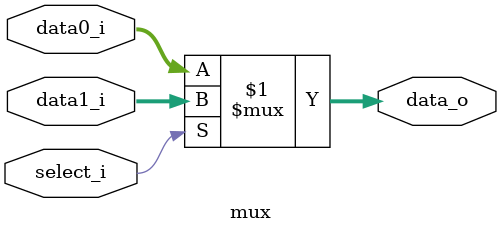
<source format=v>
module  mux
(
    input   wire    [31:0]  data0_i ,
    input   wire    [31:0]  data1_i ,
    input   wire            select_i,
    
    output  wire    [31:0]  data_o  
);

assign  data_o = (select_i) ? data1_i : data0_i;

endmodule
</source>
